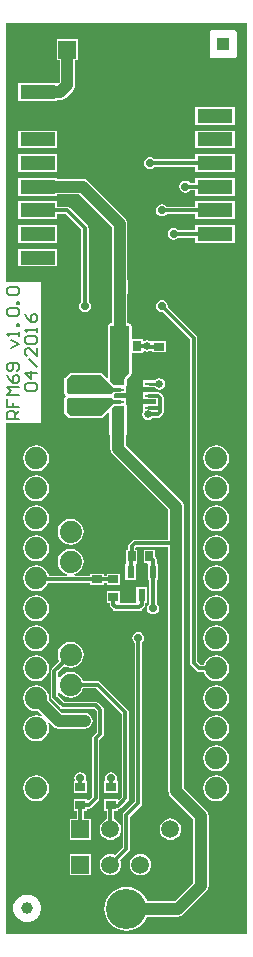
<source format=gtl>
G04 Layer_Physical_Order=1*
G04 Layer_Color=65280*
%FSLAX24Y24*%
%MOIN*%
G70*
G01*
G75*
%ADD10C,0.0394*%
%ADD11R,0.0335X0.0256*%
%ADD12R,0.0394X0.0394*%
%ADD13R,0.1181X0.0472*%
%ADD14R,0.0394X0.0551*%
%ADD15R,0.0354X0.0335*%
%ADD16R,0.0551X0.0394*%
%ADD17R,0.0800X0.0250*%
%ADD18R,0.0236X0.0433*%
%ADD19R,0.0256X0.0335*%
%ADD20R,0.0315X0.0110*%
%ADD21R,0.0472X0.0787*%
%ADD22C,0.0118*%
%ADD23C,0.0394*%
%ADD24C,0.0098*%
%ADD25C,0.0059*%
%ADD26C,0.0740*%
%ADD27R,0.0591X0.0591*%
%ADD28C,0.0591*%
%ADD29C,0.1339*%
%ADD30C,0.0157*%
%ADD31C,0.0276*%
%ADD32C,0.0256*%
G36*
X8146Y121D02*
X121D01*
X121Y17145D01*
X1280D01*
Y21871D01*
X121D01*
X121Y30509D01*
X8146D01*
Y121D01*
D02*
G37*
%LPC*%
G36*
X1126Y10418D02*
X1014Y10403D01*
X909Y10360D01*
X819Y10291D01*
X750Y10201D01*
X707Y10096D01*
X692Y9984D01*
X707Y9872D01*
X750Y9767D01*
X819Y9678D01*
X909Y9609D01*
X1014Y9565D01*
X1126Y9551D01*
X1238Y9565D01*
X1343Y9609D01*
X1433Y9678D01*
X1502Y9767D01*
X1545Y9872D01*
X1560Y9984D01*
X1545Y10096D01*
X1502Y10201D01*
X1433Y10291D01*
X1343Y10360D01*
X1238Y10403D01*
X1126Y10418D01*
D02*
G37*
G36*
X7126D02*
X7014Y10403D01*
X6909Y10360D01*
X6819Y10291D01*
X6750Y10201D01*
X6707Y10096D01*
X6692Y9984D01*
X6707Y9872D01*
X6750Y9767D01*
X6819Y9678D01*
X6909Y9609D01*
X7014Y9565D01*
X7126Y9551D01*
X7238Y9565D01*
X7343Y9609D01*
X7433Y9678D01*
X7502Y9767D01*
X7545Y9872D01*
X7560Y9984D01*
X7545Y10096D01*
X7502Y10201D01*
X7433Y10291D01*
X7343Y10360D01*
X7238Y10403D01*
X7126Y10418D01*
D02*
G37*
G36*
X1126Y11418D02*
X1014Y11403D01*
X909Y11360D01*
X819Y11291D01*
X750Y11201D01*
X707Y11097D01*
X692Y10984D01*
X707Y10872D01*
X750Y10767D01*
X819Y10678D01*
X909Y10609D01*
X1014Y10565D01*
X1126Y10551D01*
X1238Y10565D01*
X1343Y10609D01*
X1433Y10678D01*
X1502Y10767D01*
X1545Y10872D01*
X1560Y10984D01*
X1545Y11097D01*
X1502Y11201D01*
X1433Y11291D01*
X1343Y11360D01*
X1238Y11403D01*
X1126Y11418D01*
D02*
G37*
G36*
Y9418D02*
X1014Y9403D01*
X909Y9360D01*
X819Y9291D01*
X750Y9201D01*
X707Y9097D01*
X692Y8984D01*
X707Y8872D01*
X750Y8767D01*
X819Y8678D01*
X909Y8609D01*
X1014Y8565D01*
X1126Y8551D01*
X1238Y8565D01*
X1343Y8609D01*
X1433Y8678D01*
X1502Y8767D01*
X1545Y8872D01*
X1560Y8984D01*
X1545Y9097D01*
X1502Y9201D01*
X1433Y9291D01*
X1343Y9360D01*
X1238Y9403D01*
X1126Y9418D01*
D02*
G37*
G36*
X5315Y21265D02*
X5238Y21249D01*
X5172Y21206D01*
X5129Y21140D01*
X5113Y21063D01*
X5129Y20986D01*
X5172Y20920D01*
X5238Y20877D01*
X5315Y20861D01*
X5340Y20866D01*
X6257Y19950D01*
Y9173D01*
X6257Y9173D01*
X6266Y9127D01*
X6292Y9087D01*
X6481Y8898D01*
X6481Y8898D01*
X6520Y8872D01*
X6567Y8863D01*
X6711D01*
X6750Y8767D01*
X6819Y8678D01*
X6909Y8609D01*
X7014Y8565D01*
X7126Y8551D01*
X7238Y8565D01*
X7343Y8609D01*
X7433Y8678D01*
X7502Y8767D01*
X7545Y8872D01*
X7560Y8984D01*
X7545Y9097D01*
X7502Y9201D01*
X7433Y9291D01*
X7343Y9360D01*
X7238Y9403D01*
X7126Y9418D01*
X7014Y9403D01*
X6909Y9360D01*
X6819Y9291D01*
X6750Y9201D01*
X6711Y9106D01*
X6617D01*
X6499Y9224D01*
Y20000D01*
X6499Y20000D01*
X6490Y20046D01*
X6464Y20086D01*
X6464Y20086D01*
X5512Y21038D01*
X5517Y21063D01*
X5501Y21140D01*
X5458Y21206D01*
X5392Y21249D01*
X5315Y21265D01*
D02*
G37*
G36*
X2276Y9868D02*
X2164Y9853D01*
X2059Y9810D01*
X1969Y9741D01*
X1900Y9651D01*
X1857Y9546D01*
X1842Y9434D01*
X1857Y9322D01*
X1897Y9227D01*
X1646Y8976D01*
X1620Y8937D01*
X1611Y8891D01*
X1611Y8891D01*
Y8031D01*
X1611Y8031D01*
X1620Y7985D01*
X1646Y7946D01*
X1922Y7670D01*
X1922Y7670D01*
X1961Y7644D01*
X2008Y7635D01*
X2008Y7635D01*
X3060D01*
X3146Y7548D01*
Y6861D01*
X3024Y6739D01*
X2998Y6700D01*
X2989Y6654D01*
X2989Y6654D01*
Y4696D01*
X2876Y4583D01*
X2826Y4604D01*
Y4617D01*
X2371D01*
Y4241D01*
X2477D01*
Y3977D01*
X2243D01*
Y3267D01*
X2954D01*
Y3977D01*
X2720D01*
Y4241D01*
X2826D01*
Y4308D01*
X2894D01*
X2894Y4308D01*
X2940Y4317D01*
X2980Y4343D01*
X3196Y4560D01*
X3222Y4599D01*
X3232Y4646D01*
X3232Y4646D01*
Y6603D01*
X3354Y6725D01*
X3354Y6725D01*
X3380Y6765D01*
X3389Y6811D01*
X3389Y6811D01*
Y7598D01*
X3389Y7598D01*
X3380Y7645D01*
X3354Y7684D01*
X3354Y7684D01*
X3196Y7842D01*
X3157Y7868D01*
X3110Y7877D01*
X3110Y7877D01*
X2058D01*
X1854Y8082D01*
Y8178D01*
X1863Y8186D01*
X1931Y8177D01*
X1969Y8128D01*
X2059Y8059D01*
X2164Y8015D01*
X2276Y8001D01*
X2388Y8015D01*
X2493Y8059D01*
X2583Y8128D01*
X2652Y8217D01*
X2691Y8313D01*
X3130D01*
X3973Y7469D01*
Y4696D01*
X3881Y4604D01*
X3849Y4617D01*
Y4617D01*
X3395D01*
Y4241D01*
X3477D01*
Y3956D01*
X3419Y3932D01*
X3345Y3875D01*
X3288Y3801D01*
X3252Y3715D01*
X3240Y3622D01*
X3252Y3529D01*
X3288Y3443D01*
X3345Y3369D01*
X3419Y3312D01*
X3506Y3276D01*
X3598Y3264D01*
X3691Y3276D01*
X3778Y3312D01*
X3852Y3369D01*
X3909Y3443D01*
X3945Y3529D01*
X3957Y3622D01*
X3945Y3715D01*
X3909Y3801D01*
X3852Y3875D01*
X3778Y3932D01*
X3720Y3956D01*
Y4241D01*
X3849D01*
X3854Y4284D01*
X3901Y4293D01*
X3940Y4320D01*
X4180Y4560D01*
X4180Y4560D01*
X4207Y4599D01*
X4216Y4646D01*
X4216Y4646D01*
Y7520D01*
X4216Y7520D01*
X4207Y7566D01*
X4180Y7606D01*
X3266Y8520D01*
X3226Y8546D01*
X3180Y8556D01*
X3180Y8556D01*
X2691D01*
X2652Y8651D01*
X2583Y8741D01*
X2493Y8810D01*
X2388Y8853D01*
X2276Y8868D01*
X2164Y8853D01*
X2059Y8810D01*
X1969Y8741D01*
X1931Y8691D01*
X1863Y8683D01*
X1854Y8690D01*
Y8840D01*
X2068Y9055D01*
X2164Y9015D01*
X2276Y9001D01*
X2388Y9015D01*
X2493Y9059D01*
X2583Y9128D01*
X2652Y9217D01*
X2695Y9322D01*
X2710Y9434D01*
X2695Y9546D01*
X2652Y9651D01*
X2583Y9741D01*
X2493Y9810D01*
X2388Y9853D01*
X2276Y9868D01*
D02*
G37*
G36*
X7126Y11418D02*
X7014Y11403D01*
X6909Y11360D01*
X6819Y11291D01*
X6750Y11201D01*
X6707Y11097D01*
X6692Y10984D01*
X6707Y10872D01*
X6750Y10767D01*
X6819Y10678D01*
X6909Y10609D01*
X7014Y10565D01*
X7126Y10551D01*
X7238Y10565D01*
X7343Y10609D01*
X7433Y10678D01*
X7502Y10767D01*
X7545Y10872D01*
X7560Y10984D01*
X7545Y11097D01*
X7502Y11201D01*
X7433Y11291D01*
X7343Y11360D01*
X7238Y11403D01*
X7126Y11418D01*
D02*
G37*
G36*
X2276Y12968D02*
X2164Y12953D01*
X2059Y12910D01*
X1969Y12841D01*
X1900Y12751D01*
X1857Y12646D01*
X1842Y12534D01*
X1857Y12422D01*
X1900Y12317D01*
X1969Y12228D01*
X2059Y12159D01*
X2152Y12120D01*
X2142Y12070D01*
X1548D01*
X1545Y12097D01*
X1502Y12201D01*
X1433Y12291D01*
X1343Y12360D01*
X1238Y12403D01*
X1126Y12418D01*
X1014Y12403D01*
X909Y12360D01*
X819Y12291D01*
X750Y12201D01*
X707Y12097D01*
X692Y11984D01*
X707Y11872D01*
X750Y11767D01*
X819Y11678D01*
X909Y11609D01*
X1014Y11565D01*
X1126Y11551D01*
X1238Y11565D01*
X1343Y11609D01*
X1433Y11678D01*
X1502Y11767D01*
X1526Y11827D01*
X2922D01*
Y11761D01*
X3377D01*
Y11827D01*
X3473D01*
Y11761D01*
X3928D01*
Y12137D01*
X3473D01*
Y12070D01*
X3377D01*
Y12137D01*
X2922D01*
Y12070D01*
X2410D01*
X2400Y12120D01*
X2493Y12159D01*
X2583Y12228D01*
X2652Y12317D01*
X2695Y12422D01*
X2710Y12534D01*
X2695Y12646D01*
X2652Y12751D01*
X2583Y12841D01*
X2493Y12910D01*
X2388Y12953D01*
X2276Y12968D01*
D02*
G37*
G36*
X1126Y13418D02*
X1014Y13403D01*
X909Y13360D01*
X819Y13291D01*
X750Y13201D01*
X707Y13096D01*
X692Y12984D01*
X707Y12872D01*
X750Y12767D01*
X819Y12678D01*
X909Y12609D01*
X1014Y12565D01*
X1126Y12551D01*
X1238Y12565D01*
X1343Y12609D01*
X1433Y12678D01*
X1502Y12767D01*
X1545Y12872D01*
X1560Y12984D01*
X1545Y13096D01*
X1502Y13201D01*
X1433Y13291D01*
X1343Y13360D01*
X1238Y13403D01*
X1126Y13418D01*
D02*
G37*
G36*
X7126D02*
X7014Y13403D01*
X6909Y13360D01*
X6819Y13291D01*
X6750Y13201D01*
X6707Y13096D01*
X6692Y12984D01*
X6707Y12872D01*
X6750Y12767D01*
X6819Y12678D01*
X6909Y12609D01*
X7014Y12565D01*
X7126Y12551D01*
X7238Y12565D01*
X7343Y12609D01*
X7433Y12678D01*
X7502Y12767D01*
X7545Y12872D01*
X7560Y12984D01*
X7545Y13096D01*
X7502Y13201D01*
X7433Y13291D01*
X7343Y13360D01*
X7238Y13403D01*
X7126Y13418D01*
D02*
G37*
G36*
X5090Y12944D02*
X4714D01*
Y12489D01*
X4799D01*
X4842Y12471D01*
Y11918D01*
X4898D01*
Y11141D01*
X4877Y11127D01*
X4833Y11061D01*
X4818Y10984D01*
X4833Y10907D01*
X4877Y10842D01*
X4943Y10798D01*
X5020Y10783D01*
X5097Y10798D01*
X5162Y10842D01*
X5206Y10907D01*
X5221Y10984D01*
X5206Y11061D01*
X5162Y11127D01*
X5141Y11141D01*
Y11918D01*
X5198D01*
Y12471D01*
X5141D01*
Y12598D01*
X5141Y12598D01*
X5132Y12645D01*
X5106Y12684D01*
X5106Y12684D01*
X5090Y12700D01*
Y12944D01*
D02*
G37*
G36*
X4824Y11704D02*
X4468D01*
Y11151D01*
X4420Y11145D01*
X3968D01*
X3928Y11170D01*
Y11546D01*
X3473D01*
Y11170D01*
X3579D01*
Y11102D01*
X3579Y11102D01*
X3589Y11056D01*
X3615Y11017D01*
X3694Y10938D01*
X3694Y10938D01*
X3733Y10911D01*
X3780Y10902D01*
X4567D01*
X4567Y10902D01*
X4613Y10911D01*
X4653Y10938D01*
X4732Y11017D01*
X4732Y11017D01*
X4758Y11056D01*
X4767Y11102D01*
Y11151D01*
X4824D01*
Y11704D01*
D02*
G37*
G36*
X7126Y12418D02*
X7014Y12403D01*
X6909Y12360D01*
X6819Y12291D01*
X6750Y12201D01*
X6707Y12097D01*
X6692Y11984D01*
X6707Y11872D01*
X6750Y11767D01*
X6819Y11678D01*
X6909Y11609D01*
X7014Y11565D01*
X7126Y11551D01*
X7238Y11565D01*
X7343Y11609D01*
X7433Y11678D01*
X7502Y11767D01*
X7545Y11872D01*
X7560Y11984D01*
X7545Y12097D01*
X7502Y12201D01*
X7433Y12291D01*
X7343Y12360D01*
X7238Y12403D01*
X7126Y12418D01*
D02*
G37*
G36*
X4528Y10202D02*
X4450Y10186D01*
X4385Y10143D01*
X4341Y10077D01*
X4326Y10000D01*
X4341Y9923D01*
X4385Y9857D01*
X4406Y9843D01*
Y4538D01*
X4048Y4180D01*
X4022Y4141D01*
X4012Y4094D01*
X4012Y4094D01*
Y3027D01*
X3749Y2763D01*
X3691Y2787D01*
X3598Y2799D01*
X3506Y2787D01*
X3419Y2751D01*
X3345Y2694D01*
X3288Y2620D01*
X3252Y2534D01*
X3240Y2441D01*
X3252Y2348D01*
X3288Y2262D01*
X3345Y2188D01*
X3419Y2131D01*
X3506Y2095D01*
X3598Y2083D01*
X3691Y2095D01*
X3778Y2131D01*
X3852Y2188D01*
X3909Y2262D01*
X3945Y2348D01*
X3957Y2441D01*
X3945Y2534D01*
X3921Y2591D01*
X4220Y2891D01*
X4220Y2891D01*
X4246Y2930D01*
X4255Y2976D01*
Y4044D01*
X4613Y4402D01*
X4613Y4402D01*
X4640Y4442D01*
X4649Y4488D01*
Y9843D01*
X4670Y9857D01*
X4714Y9923D01*
X4729Y10000D01*
X4714Y10077D01*
X4670Y10143D01*
X4605Y10186D01*
X4528Y10202D01*
D02*
G37*
G36*
X5598Y3980D02*
X5506Y3968D01*
X5419Y3932D01*
X5345Y3875D01*
X5288Y3801D01*
X5252Y3715D01*
X5240Y3622D01*
X5252Y3529D01*
X5288Y3443D01*
X5345Y3369D01*
X5419Y3312D01*
X5506Y3276D01*
X5598Y3264D01*
X5691Y3276D01*
X5778Y3312D01*
X5852Y3369D01*
X5909Y3443D01*
X5945Y3529D01*
X5957Y3622D01*
X5945Y3715D01*
X5909Y3801D01*
X5852Y3875D01*
X5778Y3932D01*
X5691Y3968D01*
X5598Y3980D01*
D02*
G37*
G36*
X1126Y5418D02*
X1014Y5403D01*
X909Y5360D01*
X819Y5291D01*
X750Y5201D01*
X707Y5096D01*
X692Y4984D01*
X707Y4872D01*
X750Y4767D01*
X819Y4678D01*
X909Y4609D01*
X1014Y4565D01*
X1126Y4551D01*
X1238Y4565D01*
X1343Y4609D01*
X1433Y4678D01*
X1502Y4767D01*
X1545Y4872D01*
X1560Y4984D01*
X1545Y5096D01*
X1502Y5201D01*
X1433Y5291D01*
X1343Y5360D01*
X1238Y5403D01*
X1126Y5418D01*
D02*
G37*
G36*
X775Y1443D02*
X767Y1440D01*
X758Y1441D01*
X658Y1414D01*
X651Y1409D01*
X642Y1407D01*
X553Y1356D01*
X547Y1349D01*
X539Y1345D01*
X466Y1272D01*
X462Y1264D01*
X455Y1258D01*
X404Y1169D01*
X403Y1160D01*
X397Y1153D01*
X370Y1053D01*
X371Y1044D01*
X368Y1036D01*
Y984D01*
X368Y932D01*
X371Y924D01*
X370Y916D01*
X397Y815D01*
X403Y809D01*
X404Y800D01*
X455Y710D01*
X462Y705D01*
X466Y697D01*
X539Y623D01*
X547Y620D01*
X553Y613D01*
X642Y561D01*
X651Y560D01*
X658Y555D01*
X758Y528D01*
X767Y529D01*
X775Y526D01*
X879Y526D01*
X887Y529D01*
X895Y528D01*
X996Y555D01*
X1002Y560D01*
X1011Y561D01*
X1101Y613D01*
X1106Y620D01*
X1114Y623D01*
X1188Y697D01*
X1191Y705D01*
X1198Y710D01*
X1250Y800D01*
X1251Y809D01*
X1256Y815D01*
X1283Y916D01*
X1282Y924D01*
X1285Y932D01*
Y1036D01*
X1282Y1044D01*
X1283Y1053D01*
X1256Y1153D01*
X1251Y1160D01*
X1250Y1169D01*
X1198Y1258D01*
X1191Y1264D01*
X1188Y1272D01*
X1114Y1345D01*
X1106Y1349D01*
X1101Y1356D01*
X1011Y1407D01*
X1003Y1409D01*
X996Y1414D01*
X895Y1441D01*
X887Y1440D01*
X879Y1443D01*
X775Y1443D01*
D02*
G37*
G36*
X4598Y2799D02*
X4506Y2787D01*
X4419Y2751D01*
X4345Y2694D01*
X4288Y2620D01*
X4252Y2534D01*
X4240Y2441D01*
X4252Y2348D01*
X4288Y2262D01*
X4345Y2188D01*
X4419Y2131D01*
X4506Y2095D01*
X4598Y2083D01*
X4691Y2095D01*
X4778Y2131D01*
X4852Y2188D01*
X4909Y2262D01*
X4945Y2348D01*
X4957Y2441D01*
X4945Y2534D01*
X4909Y2620D01*
X4852Y2694D01*
X4778Y2751D01*
X4691Y2787D01*
X4598Y2799D01*
D02*
G37*
G36*
X2954Y2796D02*
X2243D01*
Y2086D01*
X2954D01*
Y2796D01*
D02*
G37*
G36*
X7126Y5418D02*
X7014Y5403D01*
X6909Y5360D01*
X6819Y5291D01*
X6750Y5201D01*
X6707Y5096D01*
X6692Y4984D01*
X6707Y4872D01*
X6750Y4767D01*
X6819Y4678D01*
X6909Y4609D01*
X7014Y4565D01*
X7126Y4551D01*
X7238Y4565D01*
X7343Y4609D01*
X7433Y4678D01*
X7502Y4767D01*
X7545Y4872D01*
X7560Y4984D01*
X7545Y5096D01*
X7502Y5201D01*
X7433Y5291D01*
X7343Y5360D01*
X7238Y5403D01*
X7126Y5418D01*
D02*
G37*
G36*
Y7418D02*
X7014Y7403D01*
X6909Y7360D01*
X6819Y7291D01*
X6750Y7201D01*
X6707Y7096D01*
X6692Y6984D01*
X6707Y6872D01*
X6750Y6767D01*
X6819Y6678D01*
X6909Y6609D01*
X7014Y6565D01*
X7126Y6551D01*
X7238Y6565D01*
X7343Y6609D01*
X7433Y6678D01*
X7502Y6767D01*
X7545Y6872D01*
X7560Y6984D01*
X7545Y7096D01*
X7502Y7201D01*
X7433Y7291D01*
X7343Y7360D01*
X7238Y7403D01*
X7126Y7418D01*
D02*
G37*
G36*
X1126Y8418D02*
X1014Y8403D01*
X909Y8360D01*
X819Y8291D01*
X750Y8201D01*
X707Y8097D01*
X692Y7984D01*
X707Y7872D01*
X750Y7767D01*
X819Y7678D01*
X909Y7609D01*
X1014Y7565D01*
X1126Y7551D01*
X1185Y7558D01*
X1321Y7423D01*
X1292Y7381D01*
X1238Y7403D01*
X1126Y7418D01*
X1014Y7403D01*
X909Y7360D01*
X819Y7291D01*
X750Y7201D01*
X707Y7096D01*
X692Y6984D01*
X707Y6872D01*
X750Y6767D01*
X819Y6678D01*
X909Y6609D01*
X1014Y6565D01*
X1126Y6551D01*
X1238Y6565D01*
X1343Y6609D01*
X1433Y6678D01*
X1502Y6767D01*
X1545Y6872D01*
X1560Y6984D01*
X1545Y7096D01*
X1522Y7151D01*
X1565Y7179D01*
X1693Y7051D01*
X1746Y7010D01*
X1809Y6984D01*
X1830Y6981D01*
Y6977D01*
X1859D01*
X1876Y6975D01*
X2746D01*
X2813Y6984D01*
X2876Y7010D01*
X2929Y7051D01*
X2970Y7105D01*
X2996Y7167D01*
X3005Y7234D01*
X2996Y7301D01*
X2970Y7364D01*
X2929Y7417D01*
X2876Y7459D01*
X2813Y7484D01*
X2746Y7493D01*
X1983D01*
X1552Y7925D01*
X1560Y7984D01*
X1545Y8097D01*
X1502Y8201D01*
X1433Y8291D01*
X1343Y8360D01*
X1238Y8403D01*
X1126Y8418D01*
D02*
G37*
G36*
X7126D02*
X7014Y8403D01*
X6909Y8360D01*
X6819Y8291D01*
X6750Y8201D01*
X6707Y8097D01*
X6692Y7984D01*
X6707Y7872D01*
X6750Y7767D01*
X6819Y7678D01*
X6909Y7609D01*
X7014Y7565D01*
X7126Y7551D01*
X7238Y7565D01*
X7343Y7609D01*
X7433Y7678D01*
X7502Y7767D01*
X7545Y7872D01*
X7560Y7984D01*
X7545Y8097D01*
X7502Y8201D01*
X7433Y8291D01*
X7343Y8360D01*
X7238Y8403D01*
X7126Y8418D01*
D02*
G37*
G36*
X2598Y5517D02*
X2521Y5501D01*
X2456Y5458D01*
X2412Y5392D01*
X2397Y5315D01*
X2408Y5258D01*
X2377Y5208D01*
X2371D01*
Y4832D01*
X2826D01*
Y5208D01*
X2820D01*
X2789Y5258D01*
X2800Y5315D01*
X2785Y5392D01*
X2741Y5458D01*
X2676Y5501D01*
X2598Y5517D01*
D02*
G37*
G36*
X3622D02*
X3545Y5501D01*
X3479Y5458D01*
X3436Y5392D01*
X3420Y5315D01*
X3432Y5258D01*
X3400Y5208D01*
X3395D01*
Y4832D01*
X3849D01*
Y5208D01*
X3844D01*
X3812Y5258D01*
X3824Y5315D01*
X3808Y5392D01*
X3765Y5458D01*
X3699Y5501D01*
X3622Y5517D01*
D02*
G37*
G36*
X7126Y6418D02*
X7014Y6403D01*
X6909Y6360D01*
X6819Y6291D01*
X6750Y6201D01*
X6707Y6097D01*
X6692Y5984D01*
X6707Y5872D01*
X6750Y5767D01*
X6819Y5678D01*
X6909Y5609D01*
X7014Y5565D01*
X7126Y5551D01*
X7238Y5565D01*
X7343Y5609D01*
X7433Y5678D01*
X7502Y5767D01*
X7545Y5872D01*
X7560Y5984D01*
X7545Y6097D01*
X7502Y6201D01*
X7433Y6291D01*
X7343Y6360D01*
X7238Y6403D01*
X7126Y6418D01*
D02*
G37*
G36*
X7737Y23761D02*
X6436D01*
Y23586D01*
X5865D01*
X5851Y23607D01*
X5786Y23651D01*
X5709Y23666D01*
X5631Y23651D01*
X5566Y23607D01*
X5522Y23542D01*
X5507Y23465D01*
X5522Y23387D01*
X5566Y23322D01*
X5631Y23278D01*
X5709Y23263D01*
X5786Y23278D01*
X5851Y23322D01*
X5865Y23343D01*
X6436D01*
Y23168D01*
X7737D01*
Y23761D01*
D02*
G37*
G36*
Y24548D02*
X6436D01*
Y24373D01*
X5472Y24373D01*
X5458Y24395D01*
X5392Y24438D01*
X5315Y24454D01*
X5238Y24438D01*
X5172Y24395D01*
X5129Y24329D01*
X5113Y24252D01*
X5129Y24175D01*
X5172Y24109D01*
X5238Y24066D01*
X5315Y24050D01*
X5392Y24066D01*
X5458Y24109D01*
X5472Y24131D01*
X6436Y24131D01*
Y23956D01*
X7737D01*
Y24548D01*
D02*
G37*
G36*
Y25336D02*
X6436D01*
Y25161D01*
X6259D01*
X6245Y25182D01*
X6180Y25226D01*
X6102Y25241D01*
X6025Y25226D01*
X5960Y25182D01*
X5916Y25117D01*
X5901Y25039D01*
X5916Y24962D01*
X5960Y24897D01*
X6025Y24853D01*
X6102Y24838D01*
X6180Y24853D01*
X6245Y24897D01*
X6259Y24918D01*
X6436D01*
Y24743D01*
X7737D01*
Y25336D01*
D02*
G37*
G36*
X1832Y24548D02*
X531D01*
Y23956D01*
X1832D01*
Y24131D01*
X2115D01*
X2635Y23611D01*
Y21220D01*
X2613Y21206D01*
X2570Y21140D01*
X2554Y21063D01*
X2570Y20986D01*
X2613Y20920D01*
X2679Y20877D01*
X2756Y20861D01*
X2833Y20877D01*
X2899Y20920D01*
X2942Y20986D01*
X2958Y21063D01*
X2942Y21140D01*
X2899Y21206D01*
X2877Y21220D01*
Y23661D01*
X2868Y23708D01*
X2842Y23747D01*
X2842Y23747D01*
X2251Y24338D01*
X2212Y24364D01*
X2165Y24373D01*
X2165Y24373D01*
X1832D01*
Y24548D01*
D02*
G37*
G36*
Y22973D02*
X531D01*
Y22381D01*
X1832D01*
Y22973D01*
D02*
G37*
G36*
Y23761D02*
X531D01*
Y23168D01*
X1832D01*
Y23761D01*
D02*
G37*
G36*
Y26123D02*
X531D01*
Y25531D01*
X1832D01*
Y26123D01*
D02*
G37*
G36*
X7737Y27698D02*
X6436D01*
Y27105D01*
X7737D01*
Y27698D01*
D02*
G37*
G36*
X2521Y29962D02*
X1810D01*
Y29251D01*
X1906D01*
Y28533D01*
X1876Y28502D01*
X1832Y28485D01*
Y28485D01*
X1832Y28485D01*
X531D01*
Y27893D01*
X1832D01*
Y27930D01*
X1929D01*
X1996Y27939D01*
X2059Y27965D01*
X2112Y28006D01*
X2349Y28242D01*
X2390Y28296D01*
X2416Y28358D01*
X2424Y28425D01*
Y29251D01*
X2521D01*
Y29962D01*
D02*
G37*
G36*
X7756Y30262D02*
X6969D01*
X6923Y30243D01*
X6904Y30197D01*
Y29409D01*
X6923Y29364D01*
X6969Y29344D01*
X7756D01*
X7802Y29364D01*
X7821Y29409D01*
Y30197D01*
X7802Y30243D01*
X7756Y30262D01*
D02*
G37*
G36*
X7737Y26123D02*
X6436D01*
Y25948D01*
X5078Y25948D01*
X5064Y25969D01*
X4998Y26013D01*
X4921Y26028D01*
X4844Y26013D01*
X4779Y25969D01*
X4735Y25904D01*
X4720Y25827D01*
X4735Y25750D01*
X4779Y25684D01*
X4844Y25640D01*
X4921Y25625D01*
X4998Y25640D01*
X5064Y25684D01*
X5078Y25705D01*
X6436Y25705D01*
Y25531D01*
X7737D01*
Y26123D01*
D02*
G37*
G36*
X1832Y26910D02*
X531D01*
Y26318D01*
X1832D01*
Y26910D01*
D02*
G37*
G36*
X7737D02*
X6436D01*
Y26318D01*
X7737D01*
Y26910D01*
D02*
G37*
G36*
X1832Y25336D02*
X531D01*
Y24743D01*
X1832D01*
Y24780D01*
X2570D01*
X3648Y23702D01*
Y20945D01*
Y20480D01*
X3599D01*
X3568Y20474D01*
X3542Y20457D01*
X3524Y20431D01*
X3518Y20400D01*
Y18686D01*
X3472Y18667D01*
X3336Y18803D01*
X3336Y18803D01*
X3310Y18821D01*
X3279Y18827D01*
X2273Y18827D01*
X2273Y18827D01*
X2242Y18821D01*
X2216Y18803D01*
X2085Y18672D01*
X2068Y18646D01*
X2062Y18616D01*
X2062Y18179D01*
X2062Y18179D01*
X2068Y18148D01*
X2085Y18122D01*
X2103Y18104D01*
X2115Y18071D01*
X2103Y18038D01*
X2085Y18020D01*
X2068Y17994D01*
X2062Y17963D01*
X2062Y17526D01*
X2062Y17526D01*
X2068Y17495D01*
X2085Y17469D01*
X2216Y17338D01*
X2242Y17321D01*
X2273Y17315D01*
X3279Y17315D01*
X3310Y17321D01*
X3336Y17338D01*
X3336Y17338D01*
X3512Y17514D01*
X3558Y17495D01*
Y16817D01*
X3564Y16787D01*
X3581Y16761D01*
X3581Y16761D01*
X3595Y16746D01*
Y16303D01*
X3604Y16236D01*
X3630Y16173D01*
X3671Y16120D01*
X5528Y14263D01*
Y13271D01*
X4409D01*
X4409Y13271D01*
X4363Y13262D01*
X4324Y13235D01*
X4225Y13137D01*
X4199Y13098D01*
X4190Y13051D01*
X4190Y13051D01*
Y12944D01*
X4123D01*
Y12489D01*
X4094Y12471D01*
Y11918D01*
X4450D01*
Y12471D01*
X4492Y12489D01*
X4499D01*
Y12944D01*
X4432D01*
Y13001D01*
X4460Y13028D01*
X5528D01*
Y4882D01*
X5537Y4815D01*
X5563Y4752D01*
X5604Y4699D01*
X6355Y3948D01*
Y1840D01*
X5739Y1224D01*
X4817D01*
X4811Y1245D01*
X4743Y1372D01*
X4652Y1483D01*
X4541Y1574D01*
X4414Y1642D01*
X4277Y1683D01*
X4134Y1697D01*
X3991Y1683D01*
X3853Y1642D01*
X3727Y1574D01*
X3616Y1483D01*
X3525Y1372D01*
X3457Y1245D01*
X3415Y1108D01*
X3401Y965D01*
X3415Y822D01*
X3457Y684D01*
X3525Y557D01*
X3616Y446D01*
X3727Y355D01*
X3853Y288D01*
X3991Y246D01*
X4134Y232D01*
X4277Y246D01*
X4414Y288D01*
X4541Y355D01*
X4652Y446D01*
X4743Y557D01*
X4811Y684D01*
X4817Y706D01*
X5846D01*
X5914Y714D01*
X5976Y740D01*
X6030Y781D01*
X6797Y1549D01*
X6839Y1603D01*
X6864Y1665D01*
X6873Y1732D01*
Y4055D01*
X6864Y4122D01*
X6839Y4185D01*
X6797Y4238D01*
X6046Y4989D01*
Y13150D01*
Y14370D01*
X6038Y14437D01*
X6012Y14500D01*
X5971Y14553D01*
X4114Y16410D01*
Y16746D01*
X4127Y16759D01*
X4131Y16766D01*
X4137Y16772D01*
X4140Y16779D01*
X4144Y16785D01*
X4145Y16793D01*
X4148Y16800D01*
Y16808D01*
X4150Y16816D01*
X4150Y16817D01*
X4150Y16817D01*
Y17723D01*
X4144Y17754D01*
X4135Y17767D01*
Y17989D01*
X3949D01*
X3917Y17995D01*
X3750D01*
X3734Y18020D01*
X3734Y18020D01*
X3716Y18038D01*
X3704Y18071D01*
X3716Y18104D01*
X3734Y18122D01*
X3734Y18122D01*
X3750Y18146D01*
X3917D01*
X3949Y18153D01*
X4135D01*
Y18388D01*
X4144Y18401D01*
X4150Y18432D01*
Y18471D01*
Y18621D01*
D01*
Y18628D01*
X4155Y18634D01*
X4155Y18634D01*
X4284Y18762D01*
D01*
X4284Y18762D01*
X4301Y18788D01*
X4307Y18819D01*
D01*
Y19416D01*
D01*
Y19416D01*
X4309Y19424D01*
Y19503D01*
X4672D01*
Y19543D01*
X4722Y19569D01*
X4746Y19554D01*
X4819Y19539D01*
X4892Y19554D01*
X4935Y19583D01*
X4985Y19565D01*
Y19523D01*
X5440D01*
Y19899D01*
X4985D01*
X4985Y19899D01*
X4935Y19879D01*
X4892Y19908D01*
X4819Y19922D01*
X4746Y19908D01*
X4722Y19892D01*
X4672Y19919D01*
Y19958D01*
X4309D01*
Y20400D01*
X4303Y20431D01*
X4285Y20457D01*
X4259Y20474D01*
X4229Y20480D01*
X4167D01*
Y20945D01*
Y21466D01*
X4194D01*
Y21920D01*
X4167D01*
Y23809D01*
X4158Y23876D01*
X4132Y23939D01*
X4091Y23992D01*
X2860Y25223D01*
X2807Y25264D01*
X2744Y25290D01*
X2677Y25298D01*
X1832D01*
Y25336D01*
D02*
G37*
G36*
X1126Y15418D02*
X1014Y15403D01*
X909Y15360D01*
X819Y15291D01*
X750Y15201D01*
X707Y15096D01*
X692Y14984D01*
X707Y14872D01*
X750Y14767D01*
X819Y14678D01*
X909Y14609D01*
X1014Y14565D01*
X1126Y14551D01*
X1238Y14565D01*
X1343Y14609D01*
X1433Y14678D01*
X1502Y14767D01*
X1545Y14872D01*
X1560Y14984D01*
X1545Y15096D01*
X1502Y15201D01*
X1433Y15291D01*
X1343Y15360D01*
X1238Y15403D01*
X1126Y15418D01*
D02*
G37*
G36*
X7126D02*
X7014Y15403D01*
X6909Y15360D01*
X6819Y15291D01*
X6750Y15201D01*
X6707Y15096D01*
X6692Y14984D01*
X6707Y14872D01*
X6750Y14767D01*
X6819Y14678D01*
X6909Y14609D01*
X7014Y14565D01*
X7126Y14551D01*
X7238Y14565D01*
X7343Y14609D01*
X7433Y14678D01*
X7502Y14767D01*
X7545Y14872D01*
X7560Y14984D01*
X7545Y15096D01*
X7502Y15201D01*
X7433Y15291D01*
X7343Y15360D01*
X7238Y15403D01*
X7126Y15418D01*
D02*
G37*
G36*
X1126Y16418D02*
X1014Y16403D01*
X909Y16360D01*
X819Y16291D01*
X750Y16201D01*
X707Y16097D01*
X692Y15984D01*
X707Y15872D01*
X750Y15767D01*
X819Y15678D01*
X909Y15609D01*
X1014Y15565D01*
X1126Y15551D01*
X1238Y15565D01*
X1343Y15609D01*
X1433Y15678D01*
X1502Y15767D01*
X1545Y15872D01*
X1560Y15984D01*
X1545Y16097D01*
X1502Y16201D01*
X1433Y16291D01*
X1343Y16360D01*
X1238Y16403D01*
X1126Y16418D01*
D02*
G37*
G36*
X2276Y13968D02*
X2164Y13953D01*
X2059Y13910D01*
X1969Y13841D01*
X1900Y13751D01*
X1857Y13647D01*
X1842Y13534D01*
X1857Y13422D01*
X1900Y13317D01*
X1969Y13228D01*
X2059Y13159D01*
X2164Y13115D01*
X2276Y13101D01*
X2388Y13115D01*
X2493Y13159D01*
X2583Y13228D01*
X2652Y13317D01*
X2695Y13422D01*
X2710Y13534D01*
X2695Y13647D01*
X2652Y13751D01*
X2583Y13841D01*
X2493Y13910D01*
X2388Y13953D01*
X2276Y13968D01*
D02*
G37*
G36*
X1126Y14418D02*
X1014Y14403D01*
X909Y14360D01*
X819Y14291D01*
X750Y14201D01*
X707Y14096D01*
X692Y13984D01*
X707Y13872D01*
X750Y13767D01*
X819Y13678D01*
X909Y13609D01*
X1014Y13565D01*
X1126Y13551D01*
X1238Y13565D01*
X1343Y13609D01*
X1433Y13678D01*
X1502Y13767D01*
X1545Y13872D01*
X1560Y13984D01*
X1545Y14096D01*
X1502Y14201D01*
X1433Y14291D01*
X1343Y14360D01*
X1238Y14403D01*
X1126Y14418D01*
D02*
G37*
G36*
X7126D02*
X7014Y14403D01*
X6909Y14360D01*
X6819Y14291D01*
X6750Y14201D01*
X6707Y14096D01*
X6692Y13984D01*
X6707Y13872D01*
X6750Y13767D01*
X6819Y13678D01*
X6909Y13609D01*
X7014Y13565D01*
X7126Y13551D01*
X7238Y13565D01*
X7343Y13609D01*
X7433Y13678D01*
X7502Y13767D01*
X7545Y13872D01*
X7560Y13984D01*
X7545Y14096D01*
X7502Y14201D01*
X7433Y14291D01*
X7343Y14360D01*
X7238Y14403D01*
X7126Y14418D01*
D02*
G37*
G36*
Y16418D02*
X7014Y16403D01*
X6909Y16360D01*
X6819Y16291D01*
X6750Y16201D01*
X6707Y16097D01*
X6692Y15984D01*
X6707Y15872D01*
X6750Y15767D01*
X6819Y15678D01*
X6909Y15609D01*
X7014Y15565D01*
X7126Y15551D01*
X7238Y15565D01*
X7343Y15609D01*
X7433Y15678D01*
X7502Y15767D01*
X7545Y15872D01*
X7560Y15984D01*
X7545Y16097D01*
X7502Y16201D01*
X7433Y16291D01*
X7343Y16360D01*
X7238Y16403D01*
X7126Y16418D01*
D02*
G37*
G36*
X5236Y18656D02*
X5163Y18642D01*
X5101Y18600D01*
X5087Y18580D01*
X4684D01*
Y18349D01*
X5087D01*
X5101Y18329D01*
X5163Y18288D01*
X5236Y18273D01*
X5310Y18288D01*
X5372Y18329D01*
X5413Y18391D01*
X5428Y18465D01*
X5413Y18538D01*
X5372Y18600D01*
X5310Y18642D01*
X5236Y18656D01*
D02*
G37*
G36*
X5180Y18192D02*
X5180Y18192D01*
X4902D01*
X4870Y18186D01*
X4684D01*
Y17956D01*
X4870D01*
X4902Y17949D01*
X5130D01*
X5131Y17948D01*
Y17799D01*
X4902D01*
X4870Y17792D01*
X4684D01*
Y17562D01*
X4684Y17562D01*
X4680Y17514D01*
X4667Y17447D01*
X4681Y17374D01*
X4723Y17312D01*
X4785Y17270D01*
X4858Y17256D01*
X4932Y17270D01*
X4994Y17312D01*
X5003Y17326D01*
X5173D01*
X5173Y17326D01*
X5220Y17335D01*
X5259Y17361D01*
X5338Y17440D01*
X5338Y17440D01*
X5364Y17480D01*
X5374Y17526D01*
Y17684D01*
X5374Y17684D01*
X5374Y17684D01*
Y17998D01*
X5374Y17999D01*
X5364Y18045D01*
X5338Y18084D01*
X5338Y18084D01*
X5266Y18157D01*
X5226Y18183D01*
X5180Y18192D01*
D02*
G37*
%LPD*%
G36*
X4229Y19424D02*
X4227Y19416D01*
Y18819D01*
X4093Y18685D01*
X4076Y18659D01*
X4069Y18628D01*
Y18471D01*
Y18432D01*
X3717D01*
X3599Y18550D01*
Y20400D01*
X4229D01*
Y19424D01*
D02*
G37*
G36*
X3677Y18348D02*
X3677Y18179D01*
X3642Y18143D01*
X2177D01*
X2142Y18179D01*
X2142Y18616D01*
X2273Y18747D01*
X3279Y18747D01*
X3677Y18348D01*
D02*
G37*
G36*
X4069Y17723D02*
Y16817D01*
X4069Y16817D01*
X4070Y16816D01*
X4032Y16778D01*
X3677Y16778D01*
X3638Y16817D01*
Y17640D01*
X3720Y17723D01*
X4069Y17723D01*
D02*
G37*
G36*
X3677Y17963D02*
X3677Y17793D01*
X3279Y17395D01*
X2273Y17395D01*
X2142Y17526D01*
X2142Y17963D01*
X2177Y17999D01*
X3642D01*
X3677Y17963D01*
D02*
G37*
D10*
X827Y984D02*
D03*
D11*
X2598Y5020D02*
D03*
Y4429D02*
D03*
X5213Y19711D02*
D03*
Y19121D02*
D03*
X3701Y11358D02*
D03*
Y11949D02*
D03*
X3150Y11949D02*
D03*
Y11358D02*
D03*
X3622Y5020D02*
D03*
Y4429D02*
D03*
D12*
X7362Y29803D02*
D03*
D13*
X1181Y22677D02*
D03*
Y23465D02*
D03*
Y24252D02*
D03*
Y25039D02*
D03*
Y25827D02*
D03*
Y26614D02*
D03*
Y27402D02*
D03*
Y28189D02*
D03*
X7087D02*
D03*
Y27402D02*
D03*
Y26614D02*
D03*
Y25827D02*
D03*
Y22677D02*
D03*
Y23465D02*
D03*
Y24252D02*
D03*
Y25039D02*
D03*
D14*
X3907Y20945D02*
D03*
X4518D02*
D03*
X3923Y19101D02*
D03*
X4534D02*
D03*
D15*
X3957Y21693D02*
D03*
X4469D02*
D03*
X3855Y17132D02*
D03*
X4366D02*
D03*
D16*
X2165Y7234D02*
D03*
Y6624D02*
D03*
D17*
X2772Y18577D02*
D03*
Y17577D02*
D03*
D18*
X4646Y11427D02*
D03*
X4272Y12195D02*
D03*
X5020D02*
D03*
D19*
X3894Y19731D02*
D03*
X4484D02*
D03*
X4311Y12717D02*
D03*
X4902D02*
D03*
D20*
X3917Y18071D02*
D03*
Y17677D02*
D03*
Y17874D02*
D03*
Y18268D02*
D03*
Y18465D02*
D03*
X4902D02*
D03*
Y18268D02*
D03*
Y17874D02*
D03*
Y17677D02*
D03*
Y18071D02*
D03*
D21*
X4409D02*
D03*
D22*
X4134Y4094D02*
X4528Y4488D01*
X4134Y2976D02*
Y4094D01*
X3598Y2441D02*
X4134Y2976D01*
X2894Y4429D02*
X3110Y4646D01*
Y6654D01*
X3268Y6811D01*
Y7598D01*
X2598Y4429D02*
X2894D01*
X2756Y21063D02*
Y23661D01*
X2165Y24252D02*
X2756Y23661D01*
X1181Y24252D02*
X2165D01*
X5315Y21063D02*
X6378Y20000D01*
Y9173D02*
Y20000D01*
Y9173D02*
X6567Y8984D01*
X7126D01*
X3622Y5020D02*
Y5315D01*
X2598Y5020D02*
Y5315D01*
X6102Y25039D02*
X7087D01*
X5709Y23465D02*
X7087D01*
X5315Y24252D02*
X7087Y24252D01*
X4921Y25827D02*
X7087Y25827D01*
X4646Y11102D02*
Y11427D01*
X4567Y11024D02*
X4646Y11102D01*
X3780Y11024D02*
X4567D01*
X3701Y11102D02*
X3780Y11024D01*
X3701Y11102D02*
Y11358D01*
X3701Y11949D02*
X3701Y11949D01*
X3150Y11949D02*
X3701D01*
X1161D02*
X3150D01*
X1126Y11984D02*
X1161Y11949D01*
X4409Y13150D02*
X5787D01*
X4311Y13051D02*
X4409Y13150D01*
X4311Y12717D02*
Y13051D01*
X4272Y12677D02*
X4311Y12717D01*
X4272Y12195D02*
Y12677D01*
X4902Y12717D02*
X5020Y12598D01*
Y12195D02*
Y12598D01*
Y10984D02*
Y12195D01*
X4528Y4488D02*
Y10000D01*
X3598Y4406D02*
X3854D01*
X4094Y4646D01*
Y7520D01*
X3180Y8434D02*
X4094Y7520D01*
X2276Y8434D02*
X3180D01*
X3110Y7756D02*
X3268Y7598D01*
X2008Y7756D02*
X3110D01*
X1732Y8031D02*
X2008Y7756D01*
X1732Y8031D02*
Y8891D01*
X2276Y9434D01*
X3598Y3622D02*
Y4406D01*
X2598Y3622D02*
Y4429D01*
X4484Y19731D02*
X4819D01*
X4839Y19711D02*
X5213D01*
X4819Y19731D02*
X4839Y19711D01*
X4606Y18268D02*
X4902D01*
X4409Y18071D02*
X4606Y18268D01*
X3917Y18071D02*
X4409D01*
X3605Y18268D02*
X3917D01*
X3592Y17874D02*
X3917D01*
X4606D02*
X4902D01*
X4409Y18071D02*
X4606Y17874D01*
X4902Y18071D02*
X5180D01*
X5252Y17999D01*
X4902Y17677D02*
X5246D01*
X5252Y17684D01*
Y17999D01*
Y17526D02*
Y17684D01*
X5173Y17447D02*
X5252Y17526D01*
X4858Y17447D02*
X5173D01*
D23*
X2165Y28425D02*
Y29606D01*
X1929Y28189D02*
X2165Y28425D01*
X1181Y28189D02*
X1929D01*
X2165Y7234D02*
X2746D01*
X3907Y20945D02*
Y23809D01*
Y20128D02*
Y20945D01*
X4518D02*
Y22037D01*
X5157Y22677D01*
X7087D01*
X2677Y25039D02*
X3907Y23809D01*
X1181Y25039D02*
X2677D01*
X5787Y13150D02*
Y14370D01*
Y4882D02*
Y13150D01*
X3855Y16303D02*
Y17132D01*
Y16303D02*
X5787Y14370D01*
Y4882D02*
X6614Y4055D01*
Y1732D02*
Y4055D01*
X5846Y965D02*
X6614Y1732D01*
X4134Y965D02*
X5846D01*
X1766Y6624D02*
X2165D01*
X1126Y5984D02*
X1766Y6624D01*
X1876Y7234D02*
X2165D01*
X1126Y7984D02*
X1876Y7234D01*
D24*
X4902Y18465D02*
X5236D01*
D25*
X547Y17310D02*
X154D01*
Y17507D01*
X219Y17573D01*
X351D01*
X416Y17507D01*
Y17310D01*
Y17442D02*
X547Y17573D01*
X154Y17966D02*
Y17704D01*
X351D01*
Y17835D01*
Y17704D01*
X547D01*
Y18098D02*
X154D01*
X285Y18229D01*
X154Y18360D01*
X547D01*
X154Y18754D02*
X219Y18622D01*
X351Y18491D01*
X482D01*
X547Y18557D01*
Y18688D01*
X482Y18754D01*
X416D01*
X351Y18688D01*
Y18491D01*
X482Y18885D02*
X547Y18950D01*
Y19081D01*
X482Y19147D01*
X219D01*
X154Y19081D01*
Y18950D01*
X219Y18885D01*
X285D01*
X351Y18950D01*
Y19147D01*
X285Y19672D02*
X547Y19803D01*
X285Y19934D01*
X547Y20065D02*
Y20197D01*
Y20131D01*
X154D01*
X219Y20065D01*
X547Y20393D02*
X482D01*
Y20459D01*
X547D01*
Y20393D01*
X219Y20721D02*
X154Y20787D01*
Y20918D01*
X219Y20984D01*
X482D01*
X547Y20918D01*
Y20787D01*
X482Y20721D01*
X219D01*
X547Y21115D02*
X482D01*
Y21181D01*
X547D01*
Y21115D01*
X219Y21443D02*
X154Y21509D01*
Y21640D01*
X219Y21705D01*
X482D01*
X547Y21640D01*
Y21509D01*
X482Y21443D01*
X219D01*
X833Y18229D02*
X768Y18294D01*
Y18426D01*
X833Y18491D01*
X1096D01*
X1161Y18426D01*
Y18294D01*
X1096Y18229D01*
X833D01*
X1161Y18819D02*
X768D01*
X965Y18622D01*
Y18885D01*
X1161Y19016D02*
X899Y19278D01*
X1161Y19672D02*
Y19409D01*
X899Y19672D01*
X833D01*
X768Y19606D01*
Y19475D01*
X833Y19409D01*
Y19803D02*
X768Y19869D01*
Y20000D01*
X833Y20065D01*
X1096D01*
X1161Y20000D01*
Y19869D01*
X1096Y19803D01*
X833D01*
X1161Y20197D02*
Y20328D01*
Y20262D01*
X768D01*
X833Y20197D01*
X768Y20787D02*
X833Y20656D01*
X965Y20525D01*
X1096D01*
X1161Y20590D01*
Y20721D01*
X1096Y20787D01*
X1030D01*
X965Y20721D01*
Y20525D01*
D26*
X7126Y15984D02*
D03*
Y14984D02*
D03*
Y13984D02*
D03*
Y12984D02*
D03*
Y11984D02*
D03*
Y10984D02*
D03*
Y9984D02*
D03*
Y8984D02*
D03*
Y7984D02*
D03*
Y6984D02*
D03*
Y5984D02*
D03*
Y4984D02*
D03*
X1126D02*
D03*
Y5984D02*
D03*
Y6984D02*
D03*
Y7984D02*
D03*
Y8984D02*
D03*
Y9984D02*
D03*
Y10984D02*
D03*
Y11984D02*
D03*
Y12984D02*
D03*
Y13984D02*
D03*
Y14984D02*
D03*
Y15984D02*
D03*
X2276Y13534D02*
D03*
Y12534D02*
D03*
Y9434D02*
D03*
Y8434D02*
D03*
D27*
X2598Y2441D02*
D03*
X2165Y29606D02*
D03*
X2598Y3622D02*
D03*
D28*
X3598Y2441D02*
D03*
X4598D02*
D03*
X5598D02*
D03*
X1165Y29606D02*
D03*
X3598Y3622D02*
D03*
X4598D02*
D03*
X5598D02*
D03*
D29*
X4134Y965D02*
D03*
Y29665D02*
D03*
D30*
X4547Y18366D02*
D03*
Y17776D02*
D03*
X4272D02*
D03*
Y18366D02*
D03*
X4409Y18071D02*
D03*
D31*
X2756Y21063D02*
D03*
X5315D02*
D03*
X3898Y20039D02*
D03*
X4055Y20236D02*
D03*
X3740D02*
D03*
X2746Y7234D02*
D03*
X3622Y5315D02*
D03*
X2598D02*
D03*
X5709Y23465D02*
D03*
X5315Y24252D02*
D03*
X6102Y25039D02*
D03*
X4921Y25827D02*
D03*
X4528Y10000D02*
D03*
X5020Y10984D02*
D03*
D32*
X4819Y19731D02*
D03*
X5236Y18465D02*
D03*
X4858Y17447D02*
D03*
X3874D02*
D03*
M02*

</source>
